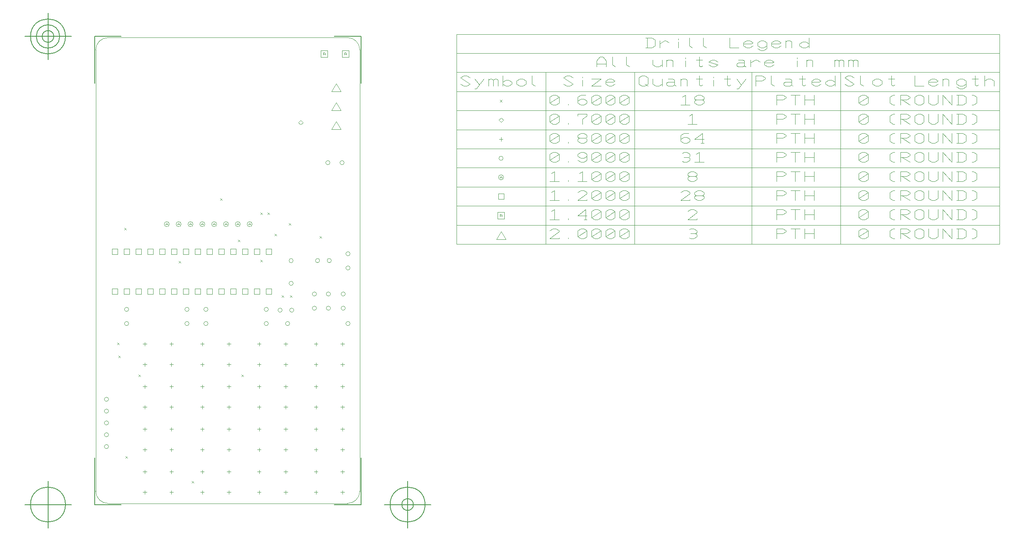
<source format=gbr>
G04 Generated by Ultiboard 14.0 *
%FSLAX34Y34*%
%MOMM*%

%ADD10C,0.0001*%
%ADD11C,0.0100*%
%ADD12C,0.1000*%
%ADD13C,0.0010*%
%ADD14C,0.1270*%


G04 ColorRGB 000000 for the following layer *
%LNDrill Symbols-Copper Top-Copper Bottom*%
%LPD*%
G54D11*
X469900Y155324D02*
X469900Y163324D01*
X465900Y159324D02*
X473900Y159324D01*
X526900Y155324D02*
X526900Y163324D01*
X522900Y159324D02*
X530900Y159324D01*
X465900Y115324D02*
X473900Y115324D01*
X469900Y111324D02*
X469900Y119324D01*
X522900Y115324D02*
X530900Y115324D01*
X526900Y111324D02*
X526900Y119324D01*
X89319Y276441D02*
X93561Y272199D01*
X89319Y272199D02*
X93561Y276441D01*
X533980Y505460D02*
G75*
D01*
G02X533980Y505460I4500J0*
G01*
X533980Y535940D02*
G75*
D01*
G02X533980Y535940I4500J0*
G01*
X59000Y386080D02*
G75*
D01*
G02X59000Y386080I4500J0*
G01*
X188540Y386080D02*
G75*
D01*
G02X188540Y386080I4500J0*
G01*
X59000Y416560D02*
G75*
D01*
G02X59000Y416560I4500J0*
G01*
X188540Y416560D02*
G75*
D01*
G02X188540Y416560I4500J0*
G01*
X229180Y416560D02*
G75*
D01*
G02X229180Y416560I4500J0*
G01*
X358720Y416560D02*
G75*
D01*
G02X358720Y416560I4500J0*
G01*
X358720Y386080D02*
G75*
D01*
G02X358720Y386080I4500J0*
G01*
X229180Y386080D02*
G75*
D01*
G02X229180Y386080I4500J0*
G01*
X404440Y386080D02*
G75*
D01*
G02X404440Y386080I4500J0*
G01*
X533980Y386080D02*
G75*
D01*
G02X533980Y386080I4500J0*
G01*
X523820Y449580D02*
G75*
D01*
G02X523820Y449580I4500J0*
G01*
X523820Y419100D02*
G75*
D01*
G02X523820Y419100I4500J0*
G01*
X310299Y272199D02*
X314541Y276441D01*
X310299Y276441D02*
X314541Y272199D01*
X414439Y442379D02*
X418681Y446621D01*
X414439Y446621D02*
X418681Y442379D01*
X61379Y96939D02*
X65621Y101181D01*
X61379Y101181D02*
X65621Y96939D01*
X203619Y47841D02*
X207861Y43599D01*
X203619Y43599D02*
X207861Y47841D01*
X493840Y521240D02*
G75*
D01*
G02X493840Y521240I4500J0*
G01*
X468840Y521240D02*
G75*
D01*
G02X468840Y521240I4500J0*
G01*
X46139Y317081D02*
X50381Y312839D01*
X46139Y312839D02*
X50381Y317081D01*
X43599Y345021D02*
X47841Y340779D01*
X43599Y340779D02*
X47841Y345021D01*
X264579Y654901D02*
X268821Y650659D01*
X264579Y650659D02*
X268821Y654901D01*
X436880Y812930D02*
X441830Y817880D01*
X436880Y822830D01*
X431930Y817880D01*
X436880Y812930D01*
X343980Y67884D02*
X351980Y67884D01*
X347980Y63884D02*
X347980Y71884D01*
X400980Y67884D02*
X408980Y67884D01*
X404980Y63884D02*
X404980Y71884D01*
X343980Y23884D02*
X351980Y23884D01*
X347980Y19884D02*
X347980Y27884D01*
X400980Y23884D02*
X408980Y23884D01*
X404980Y19884D02*
X404980Y27884D01*
X155720Y23884D02*
X163720Y23884D01*
X159720Y19884D02*
X159720Y27884D01*
X102720Y63884D02*
X102720Y71884D01*
X98720Y67884D02*
X106720Y67884D01*
X159720Y63884D02*
X159720Y71884D01*
X155720Y67884D02*
X163720Y67884D01*
X102720Y19884D02*
X102720Y27884D01*
X98720Y23884D02*
X106720Y23884D01*
X102720Y155324D02*
X102720Y163324D01*
X98720Y159324D02*
X106720Y159324D01*
X159720Y155324D02*
X159720Y163324D01*
X155720Y159324D02*
X163720Y159324D01*
X102720Y111324D02*
X102720Y119324D01*
X98720Y115324D02*
X106720Y115324D01*
X155720Y115324D02*
X163720Y115324D01*
X159720Y111324D02*
X159720Y119324D01*
X98720Y342204D02*
X106720Y342204D01*
X102720Y338204D02*
X102720Y346204D01*
X155720Y342204D02*
X163720Y342204D01*
X159720Y338204D02*
X159720Y346204D01*
X102720Y294204D02*
X102720Y302204D01*
X98720Y298204D02*
X106720Y298204D01*
X155720Y298204D02*
X163720Y298204D01*
X159720Y294204D02*
X159720Y302204D01*
X102720Y246764D02*
X102720Y254764D01*
X98720Y250764D02*
X106720Y250764D01*
X159720Y246764D02*
X159720Y254764D01*
X155720Y250764D02*
X163720Y250764D01*
X102720Y202764D02*
X102720Y210764D01*
X98720Y206764D02*
X106720Y206764D01*
X159720Y202764D02*
X159720Y210764D01*
X155720Y206764D02*
X163720Y206764D01*
X226060Y338204D02*
X226060Y346204D01*
X222060Y342204D02*
X230060Y342204D01*
X283060Y338204D02*
X283060Y346204D01*
X279060Y342204D02*
X287060Y342204D01*
X222060Y298204D02*
X230060Y298204D01*
X226060Y294204D02*
X226060Y302204D01*
X283060Y294204D02*
X283060Y302204D01*
X279060Y298204D02*
X287060Y298204D01*
X226060Y246764D02*
X226060Y254764D01*
X222060Y250764D02*
X230060Y250764D01*
X279060Y250764D02*
X287060Y250764D01*
X283060Y246764D02*
X283060Y254764D01*
X226060Y202764D02*
X226060Y210764D01*
X222060Y206764D02*
X230060Y206764D01*
X279060Y206764D02*
X287060Y206764D01*
X283060Y202764D02*
X283060Y210764D01*
X226060Y155324D02*
X226060Y163324D01*
X222060Y159324D02*
X230060Y159324D01*
X283060Y155324D02*
X283060Y163324D01*
X279060Y159324D02*
X287060Y159324D01*
X226060Y111324D02*
X226060Y119324D01*
X222060Y115324D02*
X230060Y115324D01*
X283060Y111324D02*
X283060Y119324D01*
X279060Y115324D02*
X287060Y115324D01*
X347980Y155324D02*
X347980Y163324D01*
X343980Y159324D02*
X351980Y159324D01*
X404980Y155324D02*
X404980Y163324D01*
X400980Y159324D02*
X408980Y159324D01*
X343980Y115324D02*
X351980Y115324D01*
X347980Y111324D02*
X347980Y119324D01*
X400980Y115324D02*
X408980Y115324D01*
X404980Y111324D02*
X404980Y119324D01*
X343980Y250764D02*
X351980Y250764D01*
X347980Y246764D02*
X347980Y254764D01*
X404980Y246764D02*
X404980Y254764D01*
X400980Y250764D02*
X408980Y250764D01*
X343980Y206764D02*
X351980Y206764D01*
X347980Y202764D02*
X347980Y210764D01*
X404980Y202764D02*
X404980Y210764D01*
X400980Y206764D02*
X408980Y206764D01*
X343980Y342204D02*
X351980Y342204D01*
X347980Y338204D02*
X347980Y346204D01*
X400980Y342204D02*
X408980Y342204D01*
X404980Y338204D02*
X404980Y346204D01*
X343980Y298204D02*
X351980Y298204D01*
X347980Y294204D02*
X347980Y302204D01*
X404980Y294204D02*
X404980Y302204D01*
X400980Y298204D02*
X408980Y298204D01*
X412060Y472441D02*
G75*
D01*
G02X412060Y472441I4500J0*
G01*
X412060Y521124D02*
G75*
D01*
G02X412060Y521124I4500J0*
G01*
X396659Y446621D02*
X400901Y442379D01*
X396659Y442379D02*
X400901Y446621D01*
X465900Y250764D02*
X473900Y250764D01*
X469900Y246764D02*
X469900Y254764D01*
X522900Y250764D02*
X530900Y250764D01*
X526900Y246764D02*
X526900Y254764D01*
X469900Y202764D02*
X469900Y210764D01*
X465900Y206764D02*
X473900Y206764D01*
X526900Y202764D02*
X526900Y210764D01*
X522900Y206764D02*
X530900Y206764D01*
X388400Y414869D02*
G75*
D01*
G02X388400Y414869I4500J0*
G01*
X413400Y414869D02*
G75*
D01*
G02X413400Y414869I4500J0*
G01*
X411899Y601561D02*
X416141Y597319D01*
X411899Y597319D02*
X416141Y601561D01*
X350939Y624421D02*
X355181Y620179D01*
X350939Y620179D02*
X355181Y624421D01*
X366179Y620179D02*
X370421Y624421D01*
X366179Y624421D02*
X370421Y620179D01*
X58839Y591401D02*
X63081Y587159D01*
X58839Y587159D02*
X63081Y591401D01*
X465900Y342204D02*
X473900Y342204D01*
X469900Y338204D02*
X469900Y346204D01*
X526900Y338204D02*
X526900Y346204D01*
X522900Y342204D02*
X530900Y342204D01*
X469900Y294204D02*
X469900Y302204D01*
X465900Y298204D02*
X473900Y298204D01*
X522900Y298204D02*
X530900Y298204D01*
X526900Y294204D02*
X526900Y302204D01*
X465900Y67884D02*
X473900Y67884D01*
X469900Y63884D02*
X469900Y71884D01*
X526900Y63884D02*
X526900Y71884D01*
X522900Y67884D02*
X530900Y67884D01*
X469900Y19884D02*
X469900Y27884D01*
X465900Y23884D02*
X473900Y23884D01*
X522900Y23884D02*
X530900Y23884D01*
X526900Y19884D02*
X526900Y27884D01*
X226060Y63884D02*
X226060Y71884D01*
X222060Y67884D02*
X230060Y67884D01*
X283060Y63884D02*
X283060Y71884D01*
X279060Y67884D02*
X287060Y67884D01*
X226060Y19884D02*
X226060Y27884D01*
X222060Y23884D02*
X230060Y23884D01*
X279060Y23884D02*
X287060Y23884D01*
X283060Y19884D02*
X283060Y27884D01*
X381419Y574459D02*
X385661Y578701D01*
X381419Y578701D02*
X385661Y574459D01*
X302679Y561759D02*
X306921Y566001D01*
X302679Y566001D02*
X306921Y561759D01*
X350939Y518579D02*
X355181Y522821D01*
X350939Y522821D02*
X355181Y518579D01*
X15820Y147320D02*
G75*
D01*
G02X15820Y147320I4500J0*
G01*
X15820Y121920D02*
G75*
D01*
G02X15820Y121920I4500J0*
G01*
X15820Y172720D02*
G75*
D01*
G02X15820Y172720I4500J0*
G01*
X15820Y198120D02*
G75*
D01*
G02X15820Y198120I4500J0*
G01*
X15820Y223520D02*
G75*
D01*
G02X15820Y223520I4500J0*
G01*
X462011Y419100D02*
G75*
D01*
G02X462011Y419100I4500J0*
G01*
X462011Y449580D02*
G75*
D01*
G02X462011Y449580I4500J0*
G01*
X492140Y449580D02*
G75*
D01*
G02X492140Y449580I4500J0*
G01*
X492140Y419100D02*
G75*
D01*
G02X492140Y419100I4500J0*
G01*
X175679Y520281D02*
X179921Y516039D01*
X175679Y516039D02*
X179921Y520281D01*
X490800Y731520D02*
G75*
D01*
G02X490800Y731520I4500J0*
G01*
X521280Y731520D02*
G75*
D01*
G02X521280Y731520I4500J0*
G01*
X477939Y573621D02*
X482181Y569379D01*
X477939Y569379D02*
X482181Y573621D01*
X862500Y741040D02*
G75*
D01*
G02X862500Y741040I4500J0*
G01*
X867000Y778040D02*
X867000Y786040D01*
X863000Y782040D02*
X871000Y782040D01*
X867000Y818090D02*
X871950Y823040D01*
X867000Y827990D01*
X862050Y823040D01*
X867000Y818090D01*
X864879Y861919D02*
X869121Y866161D01*
X864879Y866161D02*
X869121Y861919D01*
G54D12*
X362300Y534340D02*
X374300Y534340D01*
X374300Y546340D01*
X362300Y546340D01*
X362300Y534340D01*
X336900Y534340D02*
X348900Y534340D01*
X348900Y546340D01*
X336900Y546340D01*
X336900Y534340D01*
X311500Y534340D02*
X323500Y534340D01*
X323500Y546340D01*
X311500Y546340D01*
X311500Y534340D01*
X286100Y534340D02*
X298100Y534340D01*
X298100Y546340D01*
X286100Y546340D01*
X286100Y534340D01*
X260700Y534340D02*
X272700Y534340D01*
X272700Y546340D01*
X260700Y546340D01*
X260700Y534340D01*
X235300Y534340D02*
X247300Y534340D01*
X247300Y546340D01*
X235300Y546340D01*
X235300Y534340D01*
X209900Y534340D02*
X221900Y534340D01*
X221900Y546340D01*
X209900Y546340D01*
X209900Y534340D01*
X184500Y534340D02*
X196500Y534340D01*
X196500Y546340D01*
X184500Y546340D01*
X184500Y534340D01*
X159100Y534340D02*
X171100Y534340D01*
X171100Y546340D01*
X159100Y546340D01*
X159100Y534340D01*
X133700Y534340D02*
X145700Y534340D01*
X145700Y546340D01*
X133700Y546340D01*
X133700Y534340D01*
X108300Y534340D02*
X120300Y534340D01*
X120300Y546340D01*
X108300Y546340D01*
X108300Y534340D01*
X82900Y534340D02*
X94900Y534340D01*
X94900Y546340D01*
X82900Y546340D01*
X82900Y534340D01*
X57500Y534340D02*
X69500Y534340D01*
X69500Y546340D01*
X57500Y546340D01*
X57500Y534340D01*
X32100Y534340D02*
X44100Y534340D01*
X44100Y546340D01*
X32100Y546340D01*
X32100Y534340D01*
X362300Y449340D02*
X374300Y449340D01*
X374300Y461340D01*
X362300Y461340D01*
X362300Y449340D01*
X336900Y449340D02*
X348900Y449340D01*
X348900Y461340D01*
X336900Y461340D01*
X336900Y449340D01*
X311500Y449340D02*
X323500Y449340D01*
X323500Y461340D01*
X311500Y461340D01*
X311500Y449340D01*
X286100Y449340D02*
X298100Y449340D01*
X298100Y461340D01*
X286100Y461340D01*
X286100Y449340D01*
X260700Y449340D02*
X272700Y449340D01*
X272700Y461340D01*
X260700Y461340D01*
X260700Y449340D01*
X235300Y449340D02*
X247300Y449340D01*
X247300Y461340D01*
X235300Y461340D01*
X235300Y449340D01*
X209900Y449340D02*
X221900Y449340D01*
X221900Y461340D01*
X209900Y461340D01*
X209900Y449340D01*
X184500Y449340D02*
X196500Y449340D01*
X196500Y461340D01*
X184500Y461340D01*
X184500Y449340D01*
X159100Y449340D02*
X171100Y449340D01*
X171100Y461340D01*
X159100Y461340D01*
X159100Y449340D01*
X133700Y449340D02*
X145700Y449340D01*
X145700Y461340D01*
X133700Y461340D01*
X133700Y449340D01*
X108300Y449340D02*
X120300Y449340D01*
X120300Y461340D01*
X108300Y461340D01*
X108300Y449340D01*
X82900Y449340D02*
X94900Y449340D01*
X94900Y461340D01*
X82900Y461340D01*
X82900Y449340D01*
X57500Y449340D02*
X69500Y449340D01*
X69500Y461340D01*
X57500Y461340D01*
X57500Y449340D01*
X32100Y449340D02*
X44100Y449340D01*
X44100Y461340D01*
X32100Y461340D01*
X32100Y449340D01*
X503080Y843440D02*
X523080Y843440D01*
X513080Y860511D01*
X503080Y843440D01*
X503080Y884080D02*
X523080Y884080D01*
X513080Y901151D01*
X503080Y884080D01*
X503080Y802800D02*
X523080Y802800D01*
X513080Y819871D01*
X503080Y802800D01*
X147721Y597869D02*
X147721Y600226D01*
X148943Y601797D01*
X150166Y601797D01*
X151388Y600226D01*
X151388Y597869D01*
X147721Y599047D02*
X151388Y599047D01*
X144360Y599440D02*
G75*
D01*
G02X144360Y599440I5500J0*
G01*
X173121Y597869D02*
X173121Y600226D01*
X174343Y601797D01*
X175566Y601797D01*
X176788Y600226D01*
X176788Y597869D01*
X173121Y599047D02*
X176788Y599047D01*
X169760Y599440D02*
G75*
D01*
G02X169760Y599440I5500J0*
G01*
X198521Y597869D02*
X198521Y600226D01*
X199743Y601797D01*
X200966Y601797D01*
X202188Y600226D01*
X202188Y597869D01*
X198521Y599047D02*
X202188Y599047D01*
X195160Y599440D02*
G75*
D01*
G02X195160Y599440I5500J0*
G01*
X223921Y597869D02*
X223921Y600226D01*
X225143Y601797D01*
X226366Y601797D01*
X227588Y600226D01*
X227588Y597869D01*
X223921Y599047D02*
X227588Y599047D01*
X220560Y599440D02*
G75*
D01*
G02X220560Y599440I5500J0*
G01*
X249321Y597869D02*
X249321Y600226D01*
X250543Y601797D01*
X251766Y601797D01*
X252988Y600226D01*
X252988Y597869D01*
X249321Y599047D02*
X252988Y599047D01*
X245960Y599440D02*
G75*
D01*
G02X245960Y599440I5500J0*
G01*
X274721Y597869D02*
X274721Y600226D01*
X275943Y601797D01*
X277166Y601797D01*
X278388Y600226D01*
X278388Y597869D01*
X274721Y599047D02*
X278388Y599047D01*
X271360Y599440D02*
G75*
D01*
G02X271360Y599440I5500J0*
G01*
X300121Y597869D02*
X300121Y600226D01*
X301343Y601797D01*
X302566Y601797D01*
X303788Y600226D01*
X303788Y597869D01*
X300121Y599047D02*
X303788Y599047D01*
X296760Y599440D02*
G75*
D01*
G02X296760Y599440I5500J0*
G01*
X325521Y597869D02*
X325521Y600226D01*
X326743Y601797D01*
X327966Y601797D01*
X329188Y600226D01*
X329188Y597869D01*
X325521Y599047D02*
X329188Y599047D01*
X322160Y599440D02*
G75*
D01*
G02X322160Y599440I5500J0*
G01*
X484958Y963200D02*
X484958Y966200D01*
X486513Y968200D01*
X488069Y968200D01*
X489624Y966200D01*
X489624Y963200D01*
X484958Y964700D02*
X489624Y964700D01*
X480680Y958200D02*
X494680Y958200D01*
X494680Y972200D01*
X480680Y972200D01*
X480680Y958200D01*
X530678Y963200D02*
X530678Y966200D01*
X532233Y968200D01*
X533789Y968200D01*
X535344Y966200D01*
X535344Y963200D01*
X530678Y964700D02*
X535344Y964700D01*
X526400Y958200D02*
X540400Y958200D01*
X540400Y972200D01*
X526400Y972200D01*
X526400Y958200D01*
X857000Y567040D02*
X877000Y567040D01*
X867000Y584111D01*
X857000Y567040D01*
X971333Y585611D02*
X978000Y589897D01*
X984667Y589897D01*
X991333Y585611D01*
X991333Y583469D01*
X971333Y568469D01*
X991333Y568469D01*
X991333Y570611D01*
X1011333Y568469D02*
X1011333Y570611D01*
X1031333Y585611D02*
X1038000Y589897D01*
X1044667Y589897D01*
X1051333Y585611D01*
X1051333Y572754D01*
X1044667Y568469D01*
X1038000Y568469D01*
X1031333Y572754D01*
X1031333Y585611D01*
X1051333Y585611D02*
X1031333Y572754D01*
X1061333Y585611D02*
X1068000Y589897D01*
X1074667Y589897D01*
X1081333Y585611D01*
X1081333Y572754D01*
X1074667Y568469D01*
X1068000Y568469D01*
X1061333Y572754D01*
X1061333Y585611D01*
X1081333Y585611D02*
X1061333Y572754D01*
X1091333Y585611D02*
X1098000Y589897D01*
X1104667Y589897D01*
X1111333Y585611D01*
X1111333Y572754D01*
X1104667Y568469D01*
X1098000Y568469D01*
X1091333Y572754D01*
X1091333Y585611D01*
X1111333Y585611D02*
X1091333Y572754D01*
X1121333Y585611D02*
X1128000Y589897D01*
X1134667Y589897D01*
X1141333Y585611D01*
X1141333Y572754D01*
X1134667Y568469D01*
X1128000Y568469D01*
X1121333Y572754D01*
X1121333Y585611D01*
X1141333Y585611D02*
X1121333Y572754D01*
X1270667Y587754D02*
X1274000Y589897D01*
X1280667Y589897D01*
X1287333Y585611D01*
X1287333Y581326D01*
X1284000Y579183D01*
X1287333Y577040D01*
X1287333Y572754D01*
X1280667Y568469D01*
X1274000Y568469D01*
X1270667Y570611D01*
X1274000Y579183D02*
X1284000Y579183D01*
X1458333Y568469D02*
X1458333Y589897D01*
X1471667Y589897D01*
X1478333Y585611D01*
X1478333Y583469D01*
X1471667Y579183D01*
X1458333Y579183D01*
X1498333Y568469D02*
X1498333Y589897D01*
X1488333Y589897D02*
X1508333Y589897D01*
X1518333Y568469D02*
X1518333Y589897D01*
X1538333Y568469D02*
X1538333Y589897D01*
X1518333Y579183D02*
X1538333Y579183D01*
X1634333Y585611D02*
X1641000Y589897D01*
X1647667Y589897D01*
X1654333Y585611D01*
X1654333Y572754D01*
X1647667Y568469D01*
X1641000Y568469D01*
X1634333Y572754D01*
X1634333Y585611D01*
X1654333Y585611D02*
X1634333Y572754D01*
X1711000Y568469D02*
X1707667Y568469D01*
X1701000Y572754D01*
X1701000Y585611D01*
X1707667Y589897D01*
X1711000Y589897D01*
X1724333Y568469D02*
X1724333Y589897D01*
X1737667Y589897D01*
X1744333Y585611D01*
X1744333Y583469D01*
X1737667Y579183D01*
X1724333Y579183D01*
X1727667Y579183D02*
X1744333Y568469D01*
X1754333Y572754D02*
X1761000Y568469D01*
X1767667Y568469D01*
X1774333Y572754D01*
X1774333Y585611D01*
X1767667Y589897D01*
X1761000Y589897D01*
X1754333Y585611D01*
X1754333Y572754D01*
X1784333Y589897D02*
X1784333Y572754D01*
X1791000Y568469D01*
X1797667Y568469D01*
X1804333Y572754D01*
X1804333Y589897D01*
X1814333Y568469D02*
X1814333Y589897D01*
X1834333Y568469D01*
X1834333Y589897D01*
X1844333Y568469D02*
X1857667Y568469D01*
X1864333Y572754D01*
X1864333Y585611D01*
X1857667Y589897D01*
X1844333Y589897D01*
X1847667Y589897D02*
X1847667Y568469D01*
X1877667Y589897D02*
X1881000Y589897D01*
X1887667Y585611D01*
X1887667Y572754D01*
X1881000Y568469D01*
X1877667Y568469D01*
X864278Y616040D02*
X864278Y619040D01*
X865833Y621040D01*
X867389Y621040D01*
X868944Y619040D01*
X868944Y616040D01*
X864278Y617540D02*
X868944Y617540D01*
X860000Y611040D02*
X874000Y611040D01*
X874000Y625040D01*
X860000Y625040D01*
X860000Y611040D01*
X974667Y626611D02*
X981333Y630897D01*
X981333Y609469D01*
X971333Y609469D02*
X991333Y609469D01*
X1011333Y609469D02*
X1011333Y611611D01*
X1051333Y618040D02*
X1031333Y618040D01*
X1048000Y630897D01*
X1048000Y609469D01*
X1044667Y609469D02*
X1051333Y609469D01*
X1061333Y626611D02*
X1068000Y630897D01*
X1074667Y630897D01*
X1081333Y626611D01*
X1081333Y613754D01*
X1074667Y609469D01*
X1068000Y609469D01*
X1061333Y613754D01*
X1061333Y626611D01*
X1081333Y626611D02*
X1061333Y613754D01*
X1091333Y626611D02*
X1098000Y630897D01*
X1104667Y630897D01*
X1111333Y626611D01*
X1111333Y613754D01*
X1104667Y609469D01*
X1098000Y609469D01*
X1091333Y613754D01*
X1091333Y626611D01*
X1111333Y626611D02*
X1091333Y613754D01*
X1121333Y626611D02*
X1128000Y630897D01*
X1134667Y630897D01*
X1141333Y626611D01*
X1141333Y613754D01*
X1134667Y609469D01*
X1128000Y609469D01*
X1121333Y613754D01*
X1121333Y626611D01*
X1141333Y626611D02*
X1121333Y613754D01*
X1267333Y626611D02*
X1274000Y630897D01*
X1280667Y630897D01*
X1287333Y626611D01*
X1287333Y624469D01*
X1267333Y609469D01*
X1287333Y609469D01*
X1287333Y611611D01*
X1458333Y609469D02*
X1458333Y630897D01*
X1471667Y630897D01*
X1478333Y626611D01*
X1478333Y624469D01*
X1471667Y620183D01*
X1458333Y620183D01*
X1498333Y609469D02*
X1498333Y630897D01*
X1488333Y630897D02*
X1508333Y630897D01*
X1518333Y609469D02*
X1518333Y630897D01*
X1538333Y609469D02*
X1538333Y630897D01*
X1518333Y620183D02*
X1538333Y620183D01*
X1634333Y626611D02*
X1641000Y630897D01*
X1647667Y630897D01*
X1654333Y626611D01*
X1654333Y613754D01*
X1647667Y609469D01*
X1641000Y609469D01*
X1634333Y613754D01*
X1634333Y626611D01*
X1654333Y626611D02*
X1634333Y613754D01*
X1711000Y609469D02*
X1707667Y609469D01*
X1701000Y613754D01*
X1701000Y626611D01*
X1707667Y630897D01*
X1711000Y630897D01*
X1724333Y609469D02*
X1724333Y630897D01*
X1737667Y630897D01*
X1744333Y626611D01*
X1744333Y624469D01*
X1737667Y620183D01*
X1724333Y620183D01*
X1727667Y620183D02*
X1744333Y609469D01*
X1754333Y613754D02*
X1761000Y609469D01*
X1767667Y609469D01*
X1774333Y613754D01*
X1774333Y626611D01*
X1767667Y630897D01*
X1761000Y630897D01*
X1754333Y626611D01*
X1754333Y613754D01*
X1784333Y630897D02*
X1784333Y613754D01*
X1791000Y609469D01*
X1797667Y609469D01*
X1804333Y613754D01*
X1804333Y630897D01*
X1814333Y609469D02*
X1814333Y630897D01*
X1834333Y609469D01*
X1834333Y630897D01*
X1844333Y609469D02*
X1857667Y609469D01*
X1864333Y613754D01*
X1864333Y626611D01*
X1857667Y630897D01*
X1844333Y630897D01*
X1847667Y630897D02*
X1847667Y609469D01*
X1877667Y630897D02*
X1881000Y630897D01*
X1887667Y626611D01*
X1887667Y613754D01*
X1881000Y609469D01*
X1877667Y609469D01*
X861000Y653040D02*
X873000Y653040D01*
X873000Y665040D01*
X861000Y665040D01*
X861000Y653040D01*
X974667Y667611D02*
X981333Y671897D01*
X981333Y650469D01*
X971333Y650469D02*
X991333Y650469D01*
X1011333Y650469D02*
X1011333Y652611D01*
X1031333Y667611D02*
X1038000Y671897D01*
X1044667Y671897D01*
X1051333Y667611D01*
X1051333Y665469D01*
X1031333Y650469D01*
X1051333Y650469D01*
X1051333Y652611D01*
X1061333Y667611D02*
X1068000Y671897D01*
X1074667Y671897D01*
X1081333Y667611D01*
X1081333Y654754D01*
X1074667Y650469D01*
X1068000Y650469D01*
X1061333Y654754D01*
X1061333Y667611D01*
X1081333Y667611D02*
X1061333Y654754D01*
X1091333Y667611D02*
X1098000Y671897D01*
X1104667Y671897D01*
X1111333Y667611D01*
X1111333Y654754D01*
X1104667Y650469D01*
X1098000Y650469D01*
X1091333Y654754D01*
X1091333Y667611D01*
X1111333Y667611D02*
X1091333Y654754D01*
X1121333Y667611D02*
X1128000Y671897D01*
X1134667Y671897D01*
X1141333Y667611D01*
X1141333Y654754D01*
X1134667Y650469D01*
X1128000Y650469D01*
X1121333Y654754D01*
X1121333Y667611D01*
X1141333Y667611D02*
X1121333Y654754D01*
X1252333Y667611D02*
X1259000Y671897D01*
X1265667Y671897D01*
X1272333Y667611D01*
X1272333Y665469D01*
X1252333Y650469D01*
X1272333Y650469D01*
X1272333Y652611D01*
X1295667Y650469D02*
X1289000Y650469D01*
X1282333Y654754D01*
X1282333Y659040D01*
X1285667Y661183D01*
X1282333Y663326D01*
X1282333Y667611D01*
X1289000Y671897D01*
X1295667Y671897D01*
X1302333Y667611D01*
X1302333Y663326D01*
X1299000Y661183D01*
X1302333Y659040D01*
X1302333Y654754D01*
X1295667Y650469D01*
X1285667Y661183D02*
X1299000Y661183D01*
X1458333Y650469D02*
X1458333Y671897D01*
X1471667Y671897D01*
X1478333Y667611D01*
X1478333Y665469D01*
X1471667Y661183D01*
X1458333Y661183D01*
X1498333Y650469D02*
X1498333Y671897D01*
X1488333Y671897D02*
X1508333Y671897D01*
X1518333Y650469D02*
X1518333Y671897D01*
X1538333Y650469D02*
X1538333Y671897D01*
X1518333Y661183D02*
X1538333Y661183D01*
X1634333Y667611D02*
X1641000Y671897D01*
X1647667Y671897D01*
X1654333Y667611D01*
X1654333Y654754D01*
X1647667Y650469D01*
X1641000Y650469D01*
X1634333Y654754D01*
X1634333Y667611D01*
X1654333Y667611D02*
X1634333Y654754D01*
X1711000Y650469D02*
X1707667Y650469D01*
X1701000Y654754D01*
X1701000Y667611D01*
X1707667Y671897D01*
X1711000Y671897D01*
X1724333Y650469D02*
X1724333Y671897D01*
X1737667Y671897D01*
X1744333Y667611D01*
X1744333Y665469D01*
X1737667Y661183D01*
X1724333Y661183D01*
X1727667Y661183D02*
X1744333Y650469D01*
X1754333Y654754D02*
X1761000Y650469D01*
X1767667Y650469D01*
X1774333Y654754D01*
X1774333Y667611D01*
X1767667Y671897D01*
X1761000Y671897D01*
X1754333Y667611D01*
X1754333Y654754D01*
X1784333Y671897D02*
X1784333Y654754D01*
X1791000Y650469D01*
X1797667Y650469D01*
X1804333Y654754D01*
X1804333Y671897D01*
X1814333Y650469D02*
X1814333Y671897D01*
X1834333Y650469D01*
X1834333Y671897D01*
X1844333Y650469D02*
X1857667Y650469D01*
X1864333Y654754D01*
X1864333Y667611D01*
X1857667Y671897D01*
X1844333Y671897D01*
X1847667Y671897D02*
X1847667Y650469D01*
X1877667Y671897D02*
X1881000Y671897D01*
X1887667Y667611D01*
X1887667Y654754D01*
X1881000Y650469D01*
X1877667Y650469D01*
X864861Y698469D02*
X864861Y700826D01*
X866083Y702397D01*
X867306Y702397D01*
X868528Y700826D01*
X868528Y698469D01*
X864861Y699647D02*
X868528Y699647D01*
X861500Y700040D02*
G75*
D01*
G02X861500Y700040I5500J0*
G01*
X974667Y708611D02*
X981333Y712897D01*
X981333Y691469D01*
X971333Y691469D02*
X991333Y691469D01*
X1011333Y691469D02*
X1011333Y693611D01*
X1034667Y708611D02*
X1041333Y712897D01*
X1041333Y691469D01*
X1031333Y691469D02*
X1051333Y691469D01*
X1061333Y708611D02*
X1068000Y712897D01*
X1074667Y712897D01*
X1081333Y708611D01*
X1081333Y695754D01*
X1074667Y691469D01*
X1068000Y691469D01*
X1061333Y695754D01*
X1061333Y708611D01*
X1081333Y708611D02*
X1061333Y695754D01*
X1091333Y708611D02*
X1098000Y712897D01*
X1104667Y712897D01*
X1111333Y708611D01*
X1111333Y695754D01*
X1104667Y691469D01*
X1098000Y691469D01*
X1091333Y695754D01*
X1091333Y708611D01*
X1111333Y708611D02*
X1091333Y695754D01*
X1121333Y708611D02*
X1128000Y712897D01*
X1134667Y712897D01*
X1141333Y708611D01*
X1141333Y695754D01*
X1134667Y691469D01*
X1128000Y691469D01*
X1121333Y695754D01*
X1121333Y708611D01*
X1141333Y708611D02*
X1121333Y695754D01*
X1280667Y691469D02*
X1274000Y691469D01*
X1267333Y695754D01*
X1267333Y700040D01*
X1270667Y702183D01*
X1267333Y704326D01*
X1267333Y708611D01*
X1274000Y712897D01*
X1280667Y712897D01*
X1287333Y708611D01*
X1287333Y704326D01*
X1284000Y702183D01*
X1287333Y700040D01*
X1287333Y695754D01*
X1280667Y691469D01*
X1270667Y702183D02*
X1284000Y702183D01*
X1458333Y691469D02*
X1458333Y712897D01*
X1471667Y712897D01*
X1478333Y708611D01*
X1478333Y706469D01*
X1471667Y702183D01*
X1458333Y702183D01*
X1498333Y691469D02*
X1498333Y712897D01*
X1488333Y712897D02*
X1508333Y712897D01*
X1518333Y691469D02*
X1518333Y712897D01*
X1538333Y691469D02*
X1538333Y712897D01*
X1518333Y702183D02*
X1538333Y702183D01*
X1634333Y708611D02*
X1641000Y712897D01*
X1647667Y712897D01*
X1654333Y708611D01*
X1654333Y695754D01*
X1647667Y691469D01*
X1641000Y691469D01*
X1634333Y695754D01*
X1634333Y708611D01*
X1654333Y708611D02*
X1634333Y695754D01*
X1711000Y691469D02*
X1707667Y691469D01*
X1701000Y695754D01*
X1701000Y708611D01*
X1707667Y712897D01*
X1711000Y712897D01*
X1724333Y691469D02*
X1724333Y712897D01*
X1737667Y712897D01*
X1744333Y708611D01*
X1744333Y706469D01*
X1737667Y702183D01*
X1724333Y702183D01*
X1727667Y702183D02*
X1744333Y691469D01*
X1754333Y695754D02*
X1761000Y691469D01*
X1767667Y691469D01*
X1774333Y695754D01*
X1774333Y708611D01*
X1767667Y712897D01*
X1761000Y712897D01*
X1754333Y708611D01*
X1754333Y695754D01*
X1784333Y712897D02*
X1784333Y695754D01*
X1791000Y691469D01*
X1797667Y691469D01*
X1804333Y695754D01*
X1804333Y712897D01*
X1814333Y691469D02*
X1814333Y712897D01*
X1834333Y691469D01*
X1834333Y712897D01*
X1844333Y691469D02*
X1857667Y691469D01*
X1864333Y695754D01*
X1864333Y708611D01*
X1857667Y712897D01*
X1844333Y712897D01*
X1847667Y712897D02*
X1847667Y691469D01*
X1877667Y712897D02*
X1881000Y712897D01*
X1887667Y708611D01*
X1887667Y695754D01*
X1881000Y691469D01*
X1877667Y691469D01*
X971333Y749611D02*
X978000Y753897D01*
X984667Y753897D01*
X991333Y749611D01*
X991333Y736754D01*
X984667Y732469D01*
X978000Y732469D01*
X971333Y736754D01*
X971333Y749611D01*
X991333Y749611D02*
X971333Y736754D01*
X1011333Y732469D02*
X1011333Y734611D01*
X1031333Y736754D02*
X1038000Y732469D01*
X1044667Y732469D01*
X1051333Y736754D01*
X1051333Y745326D01*
X1051333Y749611D01*
X1044667Y753897D01*
X1038000Y753897D01*
X1031333Y749611D01*
X1031333Y745326D01*
X1038000Y741040D01*
X1044667Y741040D01*
X1051333Y745326D01*
X1061333Y749611D02*
X1068000Y753897D01*
X1074667Y753897D01*
X1081333Y749611D01*
X1081333Y736754D01*
X1074667Y732469D01*
X1068000Y732469D01*
X1061333Y736754D01*
X1061333Y749611D01*
X1081333Y749611D02*
X1061333Y736754D01*
X1091333Y749611D02*
X1098000Y753897D01*
X1104667Y753897D01*
X1111333Y749611D01*
X1111333Y736754D01*
X1104667Y732469D01*
X1098000Y732469D01*
X1091333Y736754D01*
X1091333Y749611D01*
X1111333Y749611D02*
X1091333Y736754D01*
X1121333Y749611D02*
X1128000Y753897D01*
X1134667Y753897D01*
X1141333Y749611D01*
X1141333Y736754D01*
X1134667Y732469D01*
X1128000Y732469D01*
X1121333Y736754D01*
X1121333Y749611D01*
X1141333Y749611D02*
X1121333Y736754D01*
X1255667Y751754D02*
X1259000Y753897D01*
X1265667Y753897D01*
X1272333Y749611D01*
X1272333Y745326D01*
X1269000Y743183D01*
X1272333Y741040D01*
X1272333Y736754D01*
X1265667Y732469D01*
X1259000Y732469D01*
X1255667Y734611D01*
X1259000Y743183D02*
X1269000Y743183D01*
X1285667Y749611D02*
X1292333Y753897D01*
X1292333Y732469D01*
X1282333Y732469D02*
X1302333Y732469D01*
X1458333Y732469D02*
X1458333Y753897D01*
X1471667Y753897D01*
X1478333Y749611D01*
X1478333Y747469D01*
X1471667Y743183D01*
X1458333Y743183D01*
X1498333Y732469D02*
X1498333Y753897D01*
X1488333Y753897D02*
X1508333Y753897D01*
X1518333Y732469D02*
X1518333Y753897D01*
X1538333Y732469D02*
X1538333Y753897D01*
X1518333Y743183D02*
X1538333Y743183D01*
X1634333Y749611D02*
X1641000Y753897D01*
X1647667Y753897D01*
X1654333Y749611D01*
X1654333Y736754D01*
X1647667Y732469D01*
X1641000Y732469D01*
X1634333Y736754D01*
X1634333Y749611D01*
X1654333Y749611D02*
X1634333Y736754D01*
X1711000Y732469D02*
X1707667Y732469D01*
X1701000Y736754D01*
X1701000Y749611D01*
X1707667Y753897D01*
X1711000Y753897D01*
X1724333Y732469D02*
X1724333Y753897D01*
X1737667Y753897D01*
X1744333Y749611D01*
X1744333Y747469D01*
X1737667Y743183D01*
X1724333Y743183D01*
X1727667Y743183D02*
X1744333Y732469D01*
X1754333Y736754D02*
X1761000Y732469D01*
X1767667Y732469D01*
X1774333Y736754D01*
X1774333Y749611D01*
X1767667Y753897D01*
X1761000Y753897D01*
X1754333Y749611D01*
X1754333Y736754D01*
X1784333Y753897D02*
X1784333Y736754D01*
X1791000Y732469D01*
X1797667Y732469D01*
X1804333Y736754D01*
X1804333Y753897D01*
X1814333Y732469D02*
X1814333Y753897D01*
X1834333Y732469D01*
X1834333Y753897D01*
X1844333Y732469D02*
X1857667Y732469D01*
X1864333Y736754D01*
X1864333Y749611D01*
X1857667Y753897D01*
X1844333Y753897D01*
X1847667Y753897D02*
X1847667Y732469D01*
X1877667Y753897D02*
X1881000Y753897D01*
X1887667Y749611D01*
X1887667Y736754D01*
X1881000Y732469D01*
X1877667Y732469D01*
X971333Y790611D02*
X978000Y794897D01*
X984667Y794897D01*
X991333Y790611D01*
X991333Y777754D01*
X984667Y773469D01*
X978000Y773469D01*
X971333Y777754D01*
X971333Y790611D01*
X991333Y790611D02*
X971333Y777754D01*
X1011333Y773469D02*
X1011333Y775611D01*
X1044667Y773469D02*
X1038000Y773469D01*
X1031333Y777754D01*
X1031333Y782040D01*
X1034667Y784183D01*
X1031333Y786326D01*
X1031333Y790611D01*
X1038000Y794897D01*
X1044667Y794897D01*
X1051333Y790611D01*
X1051333Y786326D01*
X1048000Y784183D01*
X1051333Y782040D01*
X1051333Y777754D01*
X1044667Y773469D01*
X1034667Y784183D02*
X1048000Y784183D01*
X1061333Y790611D02*
X1068000Y794897D01*
X1074667Y794897D01*
X1081333Y790611D01*
X1081333Y777754D01*
X1074667Y773469D01*
X1068000Y773469D01*
X1061333Y777754D01*
X1061333Y790611D01*
X1081333Y790611D02*
X1061333Y777754D01*
X1091333Y790611D02*
X1098000Y794897D01*
X1104667Y794897D01*
X1111333Y790611D01*
X1111333Y777754D01*
X1104667Y773469D01*
X1098000Y773469D01*
X1091333Y777754D01*
X1091333Y790611D01*
X1111333Y790611D02*
X1091333Y777754D01*
X1121333Y790611D02*
X1128000Y794897D01*
X1134667Y794897D01*
X1141333Y790611D01*
X1141333Y777754D01*
X1134667Y773469D01*
X1128000Y773469D01*
X1121333Y777754D01*
X1121333Y790611D01*
X1141333Y790611D02*
X1121333Y777754D01*
X1269000Y794897D02*
X1259000Y794897D01*
X1252333Y790611D01*
X1252333Y782040D01*
X1252333Y777754D01*
X1259000Y773469D01*
X1265667Y773469D01*
X1272333Y777754D01*
X1272333Y782040D01*
X1265667Y786326D01*
X1259000Y786326D01*
X1252333Y782040D01*
X1302333Y782040D02*
X1282333Y782040D01*
X1299000Y794897D01*
X1299000Y773469D01*
X1295667Y773469D02*
X1302333Y773469D01*
X1458333Y773469D02*
X1458333Y794897D01*
X1471667Y794897D01*
X1478333Y790611D01*
X1478333Y788469D01*
X1471667Y784183D01*
X1458333Y784183D01*
X1498333Y773469D02*
X1498333Y794897D01*
X1488333Y794897D02*
X1508333Y794897D01*
X1518333Y773469D02*
X1518333Y794897D01*
X1538333Y773469D02*
X1538333Y794897D01*
X1518333Y784183D02*
X1538333Y784183D01*
X1634333Y790611D02*
X1641000Y794897D01*
X1647667Y794897D01*
X1654333Y790611D01*
X1654333Y777754D01*
X1647667Y773469D01*
X1641000Y773469D01*
X1634333Y777754D01*
X1634333Y790611D01*
X1654333Y790611D02*
X1634333Y777754D01*
X1711000Y773469D02*
X1707667Y773469D01*
X1701000Y777754D01*
X1701000Y790611D01*
X1707667Y794897D01*
X1711000Y794897D01*
X1724333Y773469D02*
X1724333Y794897D01*
X1737667Y794897D01*
X1744333Y790611D01*
X1744333Y788469D01*
X1737667Y784183D01*
X1724333Y784183D01*
X1727667Y784183D02*
X1744333Y773469D01*
X1754333Y777754D02*
X1761000Y773469D01*
X1767667Y773469D01*
X1774333Y777754D01*
X1774333Y790611D01*
X1767667Y794897D01*
X1761000Y794897D01*
X1754333Y790611D01*
X1754333Y777754D01*
X1784333Y794897D02*
X1784333Y777754D01*
X1791000Y773469D01*
X1797667Y773469D01*
X1804333Y777754D01*
X1804333Y794897D01*
X1814333Y773469D02*
X1814333Y794897D01*
X1834333Y773469D01*
X1834333Y794897D01*
X1844333Y773469D02*
X1857667Y773469D01*
X1864333Y777754D01*
X1864333Y790611D01*
X1857667Y794897D01*
X1844333Y794897D01*
X1847667Y794897D02*
X1847667Y773469D01*
X1877667Y794897D02*
X1881000Y794897D01*
X1887667Y790611D01*
X1887667Y777754D01*
X1881000Y773469D01*
X1877667Y773469D01*
X971333Y831611D02*
X978000Y835897D01*
X984667Y835897D01*
X991333Y831611D01*
X991333Y818754D01*
X984667Y814469D01*
X978000Y814469D01*
X971333Y818754D01*
X971333Y831611D01*
X991333Y831611D02*
X971333Y818754D01*
X1011333Y814469D02*
X1011333Y816611D01*
X1041333Y814469D02*
X1041333Y825183D01*
X1051333Y831611D01*
X1051333Y835897D01*
X1031333Y835897D01*
X1031333Y831611D01*
X1061333Y831611D02*
X1068000Y835897D01*
X1074667Y835897D01*
X1081333Y831611D01*
X1081333Y818754D01*
X1074667Y814469D01*
X1068000Y814469D01*
X1061333Y818754D01*
X1061333Y831611D01*
X1081333Y831611D02*
X1061333Y818754D01*
X1091333Y831611D02*
X1098000Y835897D01*
X1104667Y835897D01*
X1111333Y831611D01*
X1111333Y818754D01*
X1104667Y814469D01*
X1098000Y814469D01*
X1091333Y818754D01*
X1091333Y831611D01*
X1111333Y831611D02*
X1091333Y818754D01*
X1121333Y831611D02*
X1128000Y835897D01*
X1134667Y835897D01*
X1141333Y831611D01*
X1141333Y818754D01*
X1134667Y814469D01*
X1128000Y814469D01*
X1121333Y818754D01*
X1121333Y831611D01*
X1141333Y831611D02*
X1121333Y818754D01*
X1270667Y831611D02*
X1277333Y835897D01*
X1277333Y814469D01*
X1267333Y814469D02*
X1287333Y814469D01*
X1458333Y814469D02*
X1458333Y835897D01*
X1471667Y835897D01*
X1478333Y831611D01*
X1478333Y829469D01*
X1471667Y825183D01*
X1458333Y825183D01*
X1498333Y814469D02*
X1498333Y835897D01*
X1488333Y835897D02*
X1508333Y835897D01*
X1518333Y814469D02*
X1518333Y835897D01*
X1538333Y814469D02*
X1538333Y835897D01*
X1518333Y825183D02*
X1538333Y825183D01*
X1634333Y831611D02*
X1641000Y835897D01*
X1647667Y835897D01*
X1654333Y831611D01*
X1654333Y818754D01*
X1647667Y814469D01*
X1641000Y814469D01*
X1634333Y818754D01*
X1634333Y831611D01*
X1654333Y831611D02*
X1634333Y818754D01*
X1711000Y814469D02*
X1707667Y814469D01*
X1701000Y818754D01*
X1701000Y831611D01*
X1707667Y835897D01*
X1711000Y835897D01*
X1724333Y814469D02*
X1724333Y835897D01*
X1737667Y835897D01*
X1744333Y831611D01*
X1744333Y829469D01*
X1737667Y825183D01*
X1724333Y825183D01*
X1727667Y825183D02*
X1744333Y814469D01*
X1754333Y818754D02*
X1761000Y814469D01*
X1767667Y814469D01*
X1774333Y818754D01*
X1774333Y831611D01*
X1767667Y835897D01*
X1761000Y835897D01*
X1754333Y831611D01*
X1754333Y818754D01*
X1784333Y835897D02*
X1784333Y818754D01*
X1791000Y814469D01*
X1797667Y814469D01*
X1804333Y818754D01*
X1804333Y835897D01*
X1814333Y814469D02*
X1814333Y835897D01*
X1834333Y814469D01*
X1834333Y835897D01*
X1844333Y814469D02*
X1857667Y814469D01*
X1864333Y818754D01*
X1864333Y831611D01*
X1857667Y835897D01*
X1844333Y835897D01*
X1847667Y835897D02*
X1847667Y814469D01*
X1877667Y835897D02*
X1881000Y835897D01*
X1887667Y831611D01*
X1887667Y818754D01*
X1881000Y814469D01*
X1877667Y814469D01*
X971333Y872611D02*
X978000Y876897D01*
X984667Y876897D01*
X991333Y872611D01*
X991333Y859754D01*
X984667Y855469D01*
X978000Y855469D01*
X971333Y859754D01*
X971333Y872611D01*
X991333Y872611D02*
X971333Y859754D01*
X1011333Y855469D02*
X1011333Y857611D01*
X1048000Y876897D02*
X1038000Y876897D01*
X1031333Y872611D01*
X1031333Y864040D01*
X1031333Y859754D01*
X1038000Y855469D01*
X1044667Y855469D01*
X1051333Y859754D01*
X1051333Y864040D01*
X1044667Y868326D01*
X1038000Y868326D01*
X1031333Y864040D01*
X1061333Y872611D02*
X1068000Y876897D01*
X1074667Y876897D01*
X1081333Y872611D01*
X1081333Y859754D01*
X1074667Y855469D01*
X1068000Y855469D01*
X1061333Y859754D01*
X1061333Y872611D01*
X1081333Y872611D02*
X1061333Y859754D01*
X1091333Y872611D02*
X1098000Y876897D01*
X1104667Y876897D01*
X1111333Y872611D01*
X1111333Y859754D01*
X1104667Y855469D01*
X1098000Y855469D01*
X1091333Y859754D01*
X1091333Y872611D01*
X1111333Y872611D02*
X1091333Y859754D01*
X1121333Y872611D02*
X1128000Y876897D01*
X1134667Y876897D01*
X1141333Y872611D01*
X1141333Y859754D01*
X1134667Y855469D01*
X1128000Y855469D01*
X1121333Y859754D01*
X1121333Y872611D01*
X1141333Y872611D02*
X1121333Y859754D01*
X1255667Y872611D02*
X1262333Y876897D01*
X1262333Y855469D01*
X1252333Y855469D02*
X1272333Y855469D01*
X1295667Y855469D02*
X1289000Y855469D01*
X1282333Y859754D01*
X1282333Y864040D01*
X1285667Y866183D01*
X1282333Y868326D01*
X1282333Y872611D01*
X1289000Y876897D01*
X1295667Y876897D01*
X1302333Y872611D01*
X1302333Y868326D01*
X1299000Y866183D01*
X1302333Y864040D01*
X1302333Y859754D01*
X1295667Y855469D01*
X1285667Y866183D02*
X1299000Y866183D01*
X1458333Y855469D02*
X1458333Y876897D01*
X1471667Y876897D01*
X1478333Y872611D01*
X1478333Y870469D01*
X1471667Y866183D01*
X1458333Y866183D01*
X1498333Y855469D02*
X1498333Y876897D01*
X1488333Y876897D02*
X1508333Y876897D01*
X1518333Y855469D02*
X1518333Y876897D01*
X1538333Y855469D02*
X1538333Y876897D01*
X1518333Y866183D02*
X1538333Y866183D01*
X1634333Y872611D02*
X1641000Y876897D01*
X1647667Y876897D01*
X1654333Y872611D01*
X1654333Y859754D01*
X1647667Y855469D01*
X1641000Y855469D01*
X1634333Y859754D01*
X1634333Y872611D01*
X1654333Y872611D02*
X1634333Y859754D01*
X1711000Y855469D02*
X1707667Y855469D01*
X1701000Y859754D01*
X1701000Y872611D01*
X1707667Y876897D01*
X1711000Y876897D01*
X1724333Y855469D02*
X1724333Y876897D01*
X1737667Y876897D01*
X1744333Y872611D01*
X1744333Y870469D01*
X1737667Y866183D01*
X1724333Y866183D01*
X1727667Y866183D02*
X1744333Y855469D01*
X1754333Y859754D02*
X1761000Y855469D01*
X1767667Y855469D01*
X1774333Y859754D01*
X1774333Y872611D01*
X1767667Y876897D01*
X1761000Y876897D01*
X1754333Y872611D01*
X1754333Y859754D01*
X1784333Y876897D02*
X1784333Y859754D01*
X1791000Y855469D01*
X1797667Y855469D01*
X1804333Y859754D01*
X1804333Y876897D01*
X1814333Y855469D02*
X1814333Y876897D01*
X1834333Y855469D01*
X1834333Y876897D01*
X1844333Y855469D02*
X1857667Y855469D01*
X1864333Y859754D01*
X1864333Y872611D01*
X1857667Y876897D01*
X1844333Y876897D01*
X1847667Y876897D02*
X1847667Y855469D01*
X1877667Y876897D02*
X1881000Y876897D01*
X1887667Y872611D01*
X1887667Y859754D01*
X1881000Y855469D01*
X1877667Y855469D01*
G04 ColorRGB 00FFFF for the following layer *
%LNBoard Outline*%
%LPD*%
G54D10*
G54D13*
X-2540Y973849D02*
X-2540Y26151D01*
G75*
D01*
G03X23611Y0I26151J0*
G01*
X537809Y0D01*
G75*
D01*
G03X563960Y26151I0J26151*
G01*
X563960Y973849D01*
G74*
D01*
G03X537809Y1000000I26151J0*
G01*
X23611Y1000000D01*
G75*
D01*
G03X-2540Y973849I0J-26151*
G01*
G54D14*
X-5080Y-2540D02*
X-5080Y97968D01*
X-5080Y-2540D02*
X52078Y-2540D01*
X566500Y-2540D02*
X509342Y-2540D01*
X566500Y-2540D02*
X566500Y97968D01*
X566500Y1002540D02*
X566500Y902032D01*
X566500Y1002540D02*
X509342Y1002540D01*
X-5080Y1002540D02*
X52078Y1002540D01*
X-5080Y1002540D02*
X-5080Y902032D01*
X-55080Y-2540D02*
X-155080Y-2540D01*
X-105080Y-52540D02*
X-105080Y47460D01*
X-142580Y-2540D02*
G75*
D01*
G02X-142580Y-2540I37500J0*
G01*
X616500Y-2540D02*
X716500Y-2540D01*
X666500Y-52540D02*
X666500Y47460D01*
X629000Y-2540D02*
G75*
D01*
G02X629000Y-2540I37500J0*
G01*
X654000Y-2540D02*
G75*
D01*
G02X654000Y-2540I12500J0*
G01*
X-55080Y1002540D02*
X-155080Y1002540D01*
X-105080Y952540D02*
X-105080Y1052540D01*
X-142580Y1002540D02*
G75*
D01*
G02X-142580Y1002540I37500J0*
G01*
X-130080Y1002540D02*
G75*
D01*
G02X-130080Y1002540I25000J0*
G01*
X-117580Y1002540D02*
G75*
D01*
G02X-117580Y1002540I12500J0*
G01*
G04 ColorRGB 66FFCC for the following layer *
%LNLegend Description*%
%LPD*%
G54D12*
X771500Y556540D02*
X1936500Y556540D01*
X1936500Y1007540D01*
X771500Y1007540D01*
X771500Y556540D01*
X962500Y925540D02*
X962500Y556540D01*
X1153500Y925540D02*
X1153500Y556540D01*
X1404500Y925540D02*
X1404500Y556540D01*
X1595500Y925540D02*
X1595500Y556540D01*
X1936500Y925540D02*
X1936500Y556540D01*
X771500Y597540D02*
X1936500Y597540D01*
X771500Y638540D02*
X1936500Y638540D01*
X771500Y679540D02*
X1936500Y679540D01*
X771500Y720540D02*
X1936500Y720540D01*
X771500Y761540D02*
X1936500Y761540D01*
X771500Y802540D02*
X1936500Y802540D01*
X771500Y843540D02*
X1936500Y843540D01*
X780333Y900754D02*
X787000Y896469D01*
X793667Y896469D01*
X800333Y900754D01*
X780333Y913611D01*
X787000Y917897D01*
X793667Y917897D01*
X800333Y913611D01*
X810333Y890040D02*
X813667Y890040D01*
X830333Y911469D01*
X810333Y911469D02*
X820333Y898611D01*
X840333Y896469D02*
X840333Y909326D01*
X840333Y911469D01*
X840333Y909326D02*
X843667Y911469D01*
X847000Y911469D01*
X850333Y909326D01*
X853667Y911469D01*
X857000Y911469D01*
X860333Y909326D01*
X860333Y896469D01*
X850333Y909326D02*
X850333Y896469D01*
X870333Y900754D02*
X877000Y896469D01*
X883667Y896469D01*
X890333Y900754D01*
X890333Y905040D01*
X883667Y909326D01*
X877000Y909326D01*
X870333Y905040D01*
X870333Y917897D02*
X870333Y896469D01*
X900333Y900754D02*
X907000Y896469D01*
X913667Y896469D01*
X920333Y900754D01*
X920333Y907183D01*
X913667Y911469D01*
X907000Y911469D01*
X900333Y907183D01*
X900333Y900754D01*
X933667Y917897D02*
X933667Y900754D01*
X940333Y896469D01*
X771500Y884540D02*
X1936500Y884540D01*
X1001333Y900754D02*
X1008000Y896469D01*
X1014667Y896469D01*
X1021333Y900754D01*
X1001333Y913611D01*
X1008000Y917897D01*
X1014667Y917897D01*
X1021333Y913611D01*
X1041333Y896469D02*
X1041333Y909326D01*
X1041333Y913611D02*
X1041333Y915754D01*
X1061333Y911469D02*
X1081333Y911469D01*
X1061333Y896469D01*
X1081333Y896469D01*
X1111333Y900754D02*
X1104667Y896469D01*
X1098000Y896469D01*
X1091333Y900754D01*
X1091333Y907183D01*
X1098000Y911469D01*
X1104667Y911469D01*
X1111333Y907183D01*
X1108000Y905040D01*
X1091333Y905040D01*
X1162333Y900754D02*
X1169000Y896469D01*
X1175667Y896469D01*
X1182333Y900754D01*
X1182333Y913611D01*
X1175667Y917897D01*
X1169000Y917897D01*
X1162333Y913611D01*
X1162333Y900754D01*
X1175667Y900754D02*
X1182333Y896469D01*
X1192333Y911469D02*
X1192333Y900754D01*
X1199000Y896469D01*
X1205667Y896469D01*
X1212333Y900754D01*
X1212333Y911469D01*
X1212333Y900754D02*
X1212333Y896469D01*
X1225667Y911469D02*
X1235667Y911469D01*
X1239000Y909326D01*
X1239000Y898611D01*
X1235667Y896469D01*
X1225667Y896469D01*
X1222333Y898611D01*
X1222333Y902897D01*
X1225667Y905040D01*
X1239000Y905040D01*
X1239000Y898611D02*
X1242333Y896469D01*
X1252333Y896469D02*
X1252333Y909326D01*
X1252333Y911469D01*
X1252333Y909326D02*
X1255667Y911469D01*
X1262333Y911469D01*
X1265667Y909326D01*
X1265667Y896469D01*
X1299000Y898611D02*
X1295667Y896469D01*
X1292333Y898611D01*
X1292333Y917897D01*
X1285667Y911469D02*
X1299000Y911469D01*
X1322333Y896469D02*
X1322333Y909326D01*
X1322333Y913611D02*
X1322333Y915754D01*
X1359000Y898611D02*
X1355667Y896469D01*
X1352333Y898611D01*
X1352333Y917897D01*
X1345667Y911469D02*
X1359000Y911469D01*
X1372333Y890040D02*
X1375667Y890040D01*
X1392333Y911469D01*
X1372333Y911469D02*
X1382333Y898611D01*
X1413333Y896469D02*
X1413333Y917897D01*
X1426667Y917897D01*
X1433333Y913611D01*
X1433333Y911469D01*
X1426667Y907183D01*
X1413333Y907183D01*
X1446667Y917897D02*
X1446667Y900754D01*
X1453333Y896469D01*
X1476667Y911469D02*
X1486667Y911469D01*
X1490000Y909326D01*
X1490000Y898611D01*
X1486667Y896469D01*
X1476667Y896469D01*
X1473333Y898611D01*
X1473333Y902897D01*
X1476667Y905040D01*
X1490000Y905040D01*
X1490000Y898611D02*
X1493333Y896469D01*
X1520000Y898611D02*
X1516667Y896469D01*
X1513333Y898611D01*
X1513333Y917897D01*
X1506667Y911469D02*
X1520000Y911469D01*
X1553333Y900754D02*
X1546667Y896469D01*
X1540000Y896469D01*
X1533333Y900754D01*
X1533333Y907183D01*
X1540000Y911469D01*
X1546667Y911469D01*
X1553333Y907183D01*
X1550000Y905040D01*
X1533333Y905040D01*
X1583333Y900754D02*
X1576667Y896469D01*
X1570000Y896469D01*
X1563333Y900754D01*
X1563333Y905040D01*
X1570000Y909326D01*
X1576667Y909326D01*
X1583333Y905040D01*
X1583333Y917897D02*
X1583333Y896469D01*
X1604333Y900754D02*
X1611000Y896469D01*
X1617667Y896469D01*
X1624333Y900754D01*
X1604333Y913611D01*
X1611000Y917897D01*
X1617667Y917897D01*
X1624333Y913611D01*
X1637667Y917897D02*
X1637667Y900754D01*
X1644333Y896469D01*
X1664333Y900754D02*
X1671000Y896469D01*
X1677667Y896469D01*
X1684333Y900754D01*
X1684333Y907183D01*
X1677667Y911469D01*
X1671000Y911469D01*
X1664333Y907183D01*
X1664333Y900754D01*
X1711000Y898611D02*
X1707667Y896469D01*
X1704333Y898611D01*
X1704333Y917897D01*
X1697667Y911469D02*
X1711000Y911469D01*
X1754333Y917897D02*
X1754333Y896469D01*
X1774333Y896469D01*
X1804333Y900754D02*
X1797667Y896469D01*
X1791000Y896469D01*
X1784333Y900754D01*
X1784333Y907183D01*
X1791000Y911469D01*
X1797667Y911469D01*
X1804333Y907183D01*
X1801000Y905040D01*
X1784333Y905040D01*
X1814333Y896469D02*
X1814333Y909326D01*
X1814333Y911469D01*
X1814333Y909326D02*
X1817667Y911469D01*
X1824333Y911469D01*
X1827667Y909326D01*
X1827667Y896469D01*
X1844333Y894326D02*
X1851000Y890040D01*
X1857667Y890040D01*
X1864333Y894326D01*
X1864333Y900754D01*
X1864333Y907183D01*
X1857667Y911469D01*
X1851000Y911469D01*
X1844333Y907183D01*
X1844333Y900754D01*
X1851000Y896469D01*
X1857667Y896469D01*
X1864333Y900754D01*
X1891000Y898611D02*
X1887667Y896469D01*
X1884333Y898611D01*
X1884333Y917897D01*
X1877667Y911469D02*
X1891000Y911469D01*
X1904333Y907183D02*
X1911000Y911469D01*
X1917667Y911469D01*
X1924333Y907183D01*
X1924333Y896469D01*
X1904333Y917897D02*
X1904333Y896469D01*
X771500Y925540D02*
X1936500Y925540D01*
X1072333Y937469D02*
X1072333Y950326D01*
X1079000Y958897D01*
X1085667Y958897D01*
X1092333Y950326D01*
X1092333Y937469D01*
X1072333Y943897D02*
X1092333Y943897D01*
X1105667Y958897D02*
X1105667Y941754D01*
X1112333Y937469D01*
X1135667Y958897D02*
X1135667Y941754D01*
X1142333Y937469D01*
X1192333Y952469D02*
X1192333Y941754D01*
X1199000Y937469D01*
X1205667Y937469D01*
X1212333Y941754D01*
X1212333Y952469D01*
X1212333Y941754D02*
X1212333Y937469D01*
X1222333Y937469D02*
X1222333Y950326D01*
X1222333Y952469D01*
X1222333Y950326D02*
X1225667Y952469D01*
X1232333Y952469D01*
X1235667Y950326D01*
X1235667Y937469D01*
X1262333Y937469D02*
X1262333Y950326D01*
X1262333Y954611D02*
X1262333Y956754D01*
X1299000Y939611D02*
X1295667Y937469D01*
X1292333Y939611D01*
X1292333Y958897D01*
X1285667Y952469D02*
X1299000Y952469D01*
X1312333Y941754D02*
X1319000Y937469D01*
X1325667Y937469D01*
X1332333Y941754D01*
X1312333Y948183D01*
X1319000Y952469D01*
X1325667Y952469D01*
X1332333Y948183D01*
X1375667Y952469D02*
X1385667Y952469D01*
X1389000Y950326D01*
X1389000Y939611D01*
X1385667Y937469D01*
X1375667Y937469D01*
X1372333Y939611D01*
X1372333Y943897D01*
X1375667Y946040D01*
X1389000Y946040D01*
X1389000Y939611D02*
X1392333Y937469D01*
X1402333Y946040D02*
X1412333Y952469D01*
X1415667Y952469D01*
X1422333Y948183D01*
X1402333Y937469D02*
X1402333Y952469D01*
X1452333Y941754D02*
X1445667Y937469D01*
X1439000Y937469D01*
X1432333Y941754D01*
X1432333Y948183D01*
X1439000Y952469D01*
X1445667Y952469D01*
X1452333Y948183D01*
X1449000Y946040D01*
X1432333Y946040D01*
X1502333Y937469D02*
X1502333Y950326D01*
X1502333Y954611D02*
X1502333Y956754D01*
X1522333Y937469D02*
X1522333Y950326D01*
X1522333Y952469D01*
X1522333Y950326D02*
X1525667Y952469D01*
X1532333Y952469D01*
X1535667Y950326D01*
X1535667Y937469D01*
X1582333Y937469D02*
X1582333Y950326D01*
X1582333Y952469D01*
X1582333Y950326D02*
X1585667Y952469D01*
X1589000Y952469D01*
X1592333Y950326D01*
X1595667Y952469D01*
X1599000Y952469D01*
X1602333Y950326D01*
X1602333Y937469D01*
X1592333Y950326D02*
X1592333Y937469D01*
X1612333Y937469D02*
X1612333Y950326D01*
X1612333Y952469D01*
X1612333Y950326D02*
X1615667Y952469D01*
X1619000Y952469D01*
X1622333Y950326D01*
X1625667Y952469D01*
X1629000Y952469D01*
X1632333Y950326D01*
X1632333Y937469D01*
X1622333Y950326D02*
X1622333Y937469D01*
X771500Y966540D02*
X1936500Y966540D01*
X1177333Y978469D02*
X1190667Y978469D01*
X1197333Y982754D01*
X1197333Y995611D01*
X1190667Y999897D01*
X1177333Y999897D01*
X1180667Y999897D02*
X1180667Y978469D01*
X1207333Y987040D02*
X1217333Y993469D01*
X1220667Y993469D01*
X1227333Y989183D01*
X1207333Y978469D02*
X1207333Y993469D01*
X1247333Y978469D02*
X1247333Y991326D01*
X1247333Y995611D02*
X1247333Y997754D01*
X1270667Y999897D02*
X1270667Y982754D01*
X1277333Y978469D01*
X1300667Y999897D02*
X1300667Y982754D01*
X1307333Y978469D01*
X1357333Y999897D02*
X1357333Y978469D01*
X1377333Y978469D01*
X1407333Y982754D02*
X1400667Y978469D01*
X1394000Y978469D01*
X1387333Y982754D01*
X1387333Y989183D01*
X1394000Y993469D01*
X1400667Y993469D01*
X1407333Y989183D01*
X1404000Y987040D01*
X1387333Y987040D01*
X1417333Y976326D02*
X1424000Y972040D01*
X1430667Y972040D01*
X1437333Y976326D01*
X1437333Y982754D01*
X1437333Y989183D01*
X1430667Y993469D01*
X1424000Y993469D01*
X1417333Y989183D01*
X1417333Y982754D01*
X1424000Y978469D01*
X1430667Y978469D01*
X1437333Y982754D01*
X1467333Y982754D02*
X1460667Y978469D01*
X1454000Y978469D01*
X1447333Y982754D01*
X1447333Y989183D01*
X1454000Y993469D01*
X1460667Y993469D01*
X1467333Y989183D01*
X1464000Y987040D01*
X1447333Y987040D01*
X1477333Y978469D02*
X1477333Y991326D01*
X1477333Y993469D01*
X1477333Y991326D02*
X1480667Y993469D01*
X1487333Y993469D01*
X1490667Y991326D01*
X1490667Y978469D01*
X1527333Y982754D02*
X1520667Y978469D01*
X1514000Y978469D01*
X1507333Y982754D01*
X1507333Y987040D01*
X1514000Y991326D01*
X1520667Y991326D01*
X1527333Y987040D01*
X1527333Y999897D02*
X1527333Y978469D01*

M02*

</source>
